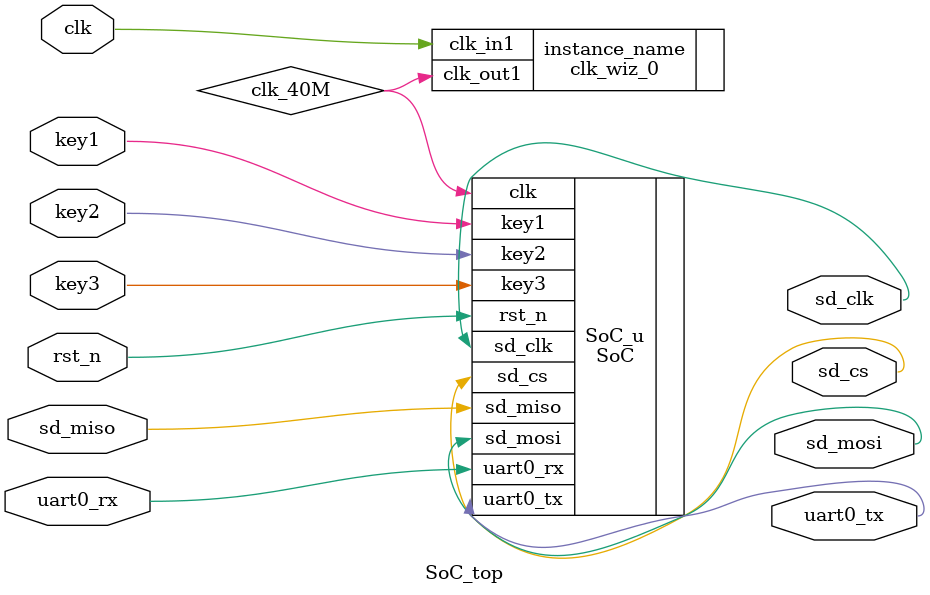
<source format=v>
module SoC_top (

    clk,
    rst_n,
    //---------- uart ----------
    uart0_tx,
    uart0_rx,

    key1,
    key2,
    key3,
    
    sd_miso,
    sd_clk ,
    sd_cs  ,
    sd_mosi

);

input           clk;
input           rst_n;
output          uart0_tx;
input           uart0_rx;

input           key1;
input           key2;
input           key3;

//SD卡接�????               
input           sd_miso;  //SD卡SPI串行输入数据信号
output          sd_clk ;  //SD卡SPI时钟信号
output          sd_cs  ;  //SD卡SPI片�?�信�????
output          sd_mosi;  //SD卡SPI串行输出数据信号  

wire            clk_40M;

clk_wiz_0 instance_name
(
// Clock out ports
.clk_out1(clk_40M),     // output clk_out1
// Clock in ports
.clk_in1(clk));      // input clk_in1

SoC SoC_u (

    .clk                (clk_40M),
    .rst_n              (rst_n),
    //---------- uart ----------
    .uart0_tx           (uart0_tx),
    .uart0_rx           (uart0_rx),

    .key1               (key1),
    .key2               (key2),
    .key3               (key3),

    .sd_miso            (sd_miso),
    .sd_clk             (sd_clk ),
    .sd_cs              (sd_cs  ),
    .sd_mosi            (sd_mosi)
);


endmodule
</source>
